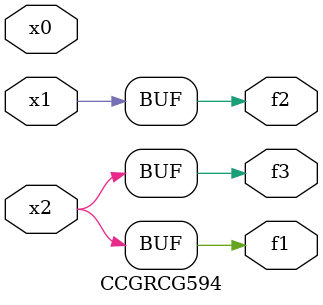
<source format=v>
module CCGRCG594(
	input x0, x1, x2,
	output f1, f2, f3
);
	assign f1 = x2;
	assign f2 = x1;
	assign f3 = x2;
endmodule

</source>
